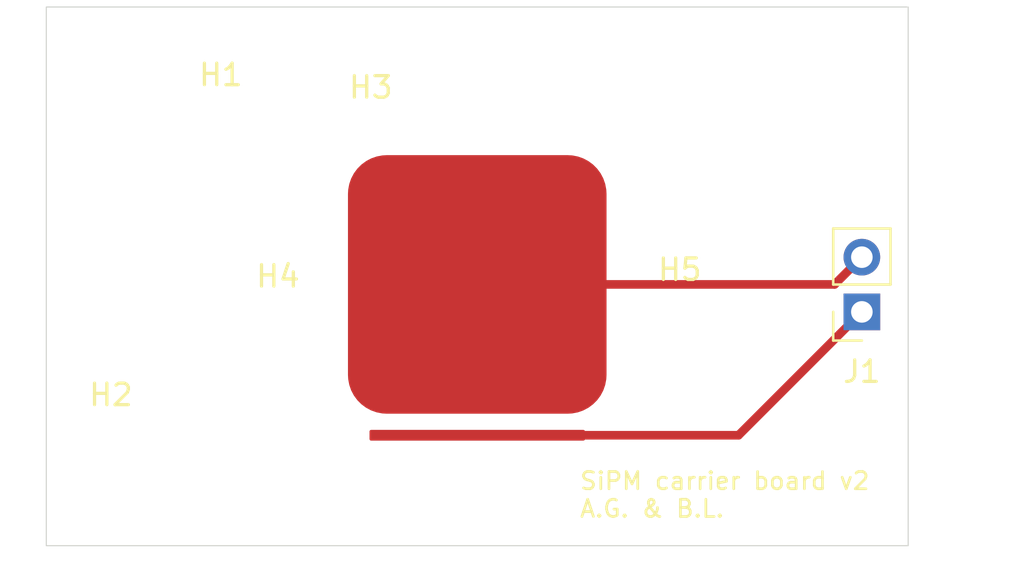
<source format=kicad_pcb>
(kicad_pcb (version 20241229) (generator "pcbnew") (generator_version "9.0")
  (layers (0 "F.Cu" signal) (2 "B.Cu" signal) (13 "F.Paste" user) (15 "B.Paste" user) (5 "F.SilkS" user "F.Silkscreen") (7 "B.SilkS" user "B.Silkscreen") (1 "F.Mask" user) (3 "B.Mask" user) (25 "Edge.Cuts" user))
  (net 0 "")
  (net 1 "/K")
  (net 2 "/A")
  (footprint "Connector_PinSocket_2.54mm:PinSocket_1x02_P2.54mm_Vertical" (layer "F.Cu") (at 137.85 94.15 180)
    (property "Reference" "J1" (at 0 -2.77 0) (layer "F.SilkS"))
    (property "Value" "Conn_01x02_Socket")
    (fp_line (start 1.33 1.27) (end 1.33 3.87) (stroke (width 0.12)) (layer "F.SilkS"))
    (fp_line (start 1.33 -1.33) (end 1.33 0) (stroke (width 0.12)) (layer "F.SilkS"))
    (fp_line (start 0 -1.33) (end 1.33 -1.33) (stroke (width 0.12)) (layer "F.SilkS"))
    (fp_line (start -1.33 3.87) (end 1.33 3.87) (stroke (width 0.12)) (layer "F.SilkS"))
    (fp_line (start -1.33 1.27) (end 1.33 1.27) (stroke (width 0.12)) (layer "F.SilkS"))
    (fp_line (start -1.33 1.27) (end -1.33 3.87) (stroke (width 0.12)) (layer "F.SilkS"))
    (pad "1" thru_hole rect (at 0 0 180) (size 1.7 1.7) (drill 1) (layers "*.Cu" "*.Mask") (net 2 "/A"))
    (pad "2" thru_hole oval (at 0 2.54 180) (size 1.7 1.7) (drill 1) (layers "*.Cu" "*.Mask") (net 1 "/K"))
  )
  (footprint "Library:SiPMPad_12mm12mm_WirebondPad_10mm0p5mm-NoSolderMask" (layer "F.Cu") (at 120 95.875)
    (property "Reference" "D1" (at 0 -12 0) (layer "F.SilkS") (effects (font (thickness 0.1))))
    (property "Value" "D")
    (pad "1" smd roundrect (at 0 -3) (size 12 12) (layers "F.Cu" "F.Mask") (roundrect_rratio 0.15) (net 1 "/K"))
    (pad "2" smd roundrect (at 0 4) (size 10 0.5) (layers "F.Cu" "F.Mask" "F.Paste") (roundrect_rratio 0.15) (net 2 "/A"))
  )
  (footprint "MountingHole:MountingHole_3mm" (layer "F.Cu") (at 103 102)
    (property "Reference" "H2" (at 0 -4 0) (layer "F.SilkS"))
    (property "Value" "MountingHole")
    (pad "" np_thru_hole circle (at 0 0) (size 3 3) (drill 3) (layers "*.Cu" "*.Mask"))
  )
  (footprint "MountingHole:MountingHole_3mm" (layer "F.Cu") (at 120 83.6)
    (property "Reference" "H3" (at -4.94 0.13 0) (layer "F.SilkS"))
    (property "Value" "MountingHole")
    (pad "" np_thru_hole circle (at 0 0) (size 3 3) (drill 3) (layers "*.Cu" "*.Mask"))
  )
  (footprint "MountingHole:MountingHole_3mm" (layer "F.Cu") (at 110.75 96.5)
    (property "Reference" "H4" (at 0 -4 0) (layer "F.SilkS"))
    (property "Value" "MountingHole")
    (pad "" np_thru_hole circle (at 0 0) (size 3 3) (drill 3) (layers "*.Cu" "*.Mask"))
  )
  (footprint "MountingHole:MountingHole_3mm" (layer "F.Cu") (at 129.25 96.5)
    (property "Reference" "H5" (at 0.15 -4.31 0) (layer "F.SilkS"))
    (property "Value" "MountingHole")
    (pad "" np_thru_hole circle (at 0 0) (size 3 3) (drill 3) (layers "*.Cu" "*.Mask"))
  )
  (footprint "MountingHole:MountingHole_3mm" (layer "F.Cu") (at 103 82.95)
    (property "Reference" "H1" (at 5.1 0.2 0) (layer "F.SilkS"))
    (property "Value" "MountingHole")
    (pad "" np_thru_hole circle (at 0 0) (size 3 3) (drill 3) (layers "*.Cu" "*.Mask"))
  )
  (gr_rect (start 100 80) (end 140 105) (stroke (width 0.05)) (fill no) (layer "Edge.Cuts"))
  (gr_text "SiPM carrier board v2\nA.G. & B.L." (at 124.7 103.75 0) (layer "F.SilkS") (effects (font (size 0.8 0.8) (thickness 0.125)) (justify left bottom)))
  (segment (start 137.85 91.61) (end 136.585 92.875) (width 0.4) (layer "F.Cu") (net 1))
  (segment (start 136.585 92.875) (end 120 92.875) (width 0.4) (layer "F.Cu") (net 1))
  (segment (start 132.125 99.875) (end 120 99.875) (width 0.4) (layer "F.Cu") (net 2))
  (segment (start 137.85 94.15) (end 132.125 99.875) (width 0.4) (layer "F.Cu") (net 2))
)
</source>
